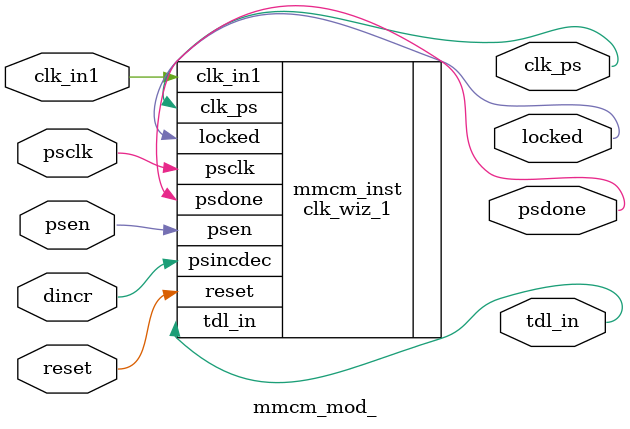
<source format=v>
`timescale 1ns / 1ps

module mmcm_mod_ (

    output tdl_in,     // output clk_out1
    output clk_ps,     // output clk_ps
    // Dynamic phase shift ports
    input psclk, // input psclk
    input psen, // input psen
    input dincr,     // input psincdec
    output psdone,       // output psdone
    // Status and control signals
    input reset, // input reset
    output locked,       // output locked
   // Clock in ports
    input clk_in1     // input clk_in1
);



//----------- Begin Cut here for INSTANTIATION Template ---// INST_TAG

  clk_wiz_1 mmcm_inst
   (
    // Clock out ports
    .tdl_in(tdl_in),     // output tdl_in
    .clk_ps(clk_ps),     // output clk_ps
    // Dynamic phase shift ports
    .psclk(psclk), // input psclk
    .psen(psen), // input psen
    .psincdec(dincr),     // input psincdec
    .psdone(psdone),       // output psdone
    // Status and control signals
    .reset(reset), // input reset
    .locked(locked),       // output locked
   // Clock in ports
    .clk_in1(clk_in1)      // input clk_in1
);

// INST_TAG_END ------ End INSTANTIATION Template ---------


endmodule
</source>
